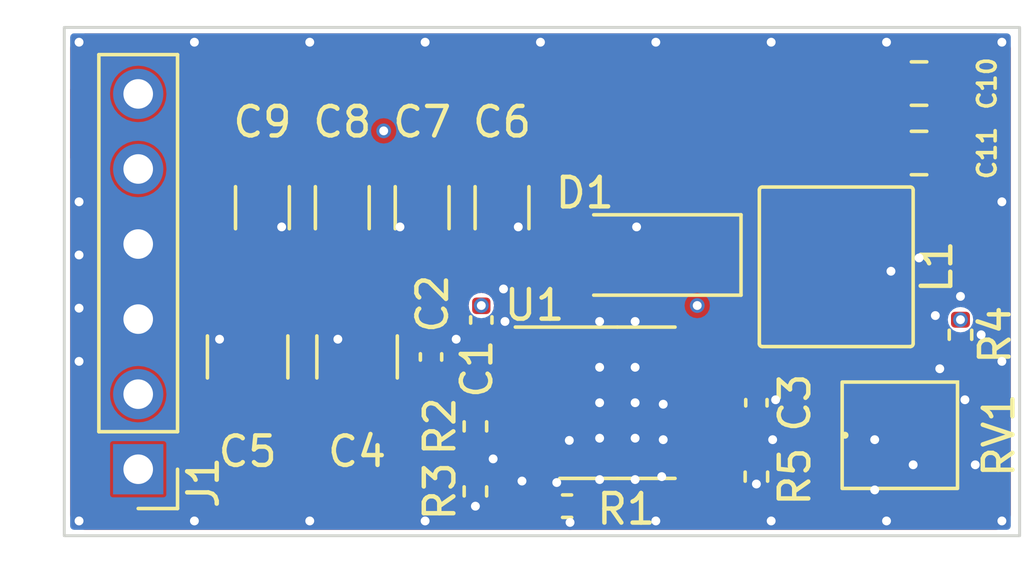
<source format=kicad_pcb>
(kicad_pcb (version 20211014) (generator pcbnew)
  (title_block (date "2023-03-16") (company "@qwerty11__"))
  (layers (0 "F.Cu" signal) (1 "In1.Cu" signal) (2 "In2.Cu" signal) (3 "In3.Cu" signal) (4 "In4.Cu" signal) (31 "B.Cu" signal) (34 "B.Paste" user) (35 "F.Paste" user) (36 "B.SilkS" user "B.Silkscreen") (37 "F.SilkS" user "F.Silkscreen") (38 "B.Mask" user) (39 "F.Mask" user) (44 "Edge.Cuts" user))
  (net 0 "")
  (net 1 "Net-(C1-Pad1)")
  (net 2 "/VIN")
  (net 3 "GND")
  (net 4 "Net-(C3-Pad1)")
  (net 5 "/VOUT")
  (net 6 "Net-(R1-Pad1)")
  (net 7 "/EN")
  (net 8 "Net-(R4-Pad2)")
  (net 9 "/FB")
  (net 11 "/SW")
  (footprint "Capacitor_SMD:C_1210_3225Metric" (layer "F.Cu") (at 149.6 100.45 90)
    (fp_text reference "C4" (at -3.2 0 180) (layer "F.SilkS"))
    (fp_text value "10µF")
    (fp_line (start -0.711252 -1.36) (end 0.711252 -1.36) (layer "F.SilkS") (width 0.12))
    (fp_line (start -0.711252 1.36) (end 0.711252 1.36) (layer "F.SilkS") (width 0.12))
    (pad "1" smd roundrect (at -1.475 0 90) (size 1.15 2.7) (layers "F.Cu" "F.Paste" "F.Mask") (roundrect_rratio 0.2173913043) (net 2 "/VIN"))
    (pad "2" smd roundrect (at 1.475 0 90) (size 1.15 2.7) (layers "F.Cu" "F.Paste" "F.Mask") (roundrect_rratio 0.2173913043) (net 3 "GND"))
  )
  (footprint "Capacitor_SMD:C_1206_3216Metric" (layer "F.Cu") (at 151.8 95.4 -90)
    (fp_text reference "C7" (at -2.9 0 180) (layer "F.SilkS"))
    (fp_text value "47µF")
    (fp_line (start -0.711252 -0.91) (end 0.711252 -0.91) (layer "F.SilkS") (width 0.12))
    (fp_line (start -0.711252 0.91) (end 0.711252 0.91) (layer "F.SilkS") (width 0.12))
    (pad "1" smd roundrect (at -1.475 0 270) (size 1.15 1.8) (layers "F.Cu" "F.Paste" "F.Mask") (roundrect_rratio 0.2173913043) (net 5 "/VOUT"))
    (pad "2" smd roundrect (at 1.475 0 270) (size 1.15 1.8) (layers "F.Cu" "F.Paste" "F.Mask") (roundrect_rratio 0.2173913043) (net 3 "GND"))
  )
  (footprint "Library:FXL0530" (layer "F.Cu") (at 165.8 97.4 90)
    (fp_text reference "L1" (at 0 3.4 90 unlocked) (layer "F.SilkS"))
    (fp_text value "3.3µH")
    (fp_line (start 2.6 -2.6) (end -2.6 -2.6) (layer "F.SilkS") (width 0.12))
    (fp_line (start -2.7 -2.5) (end -2.7 2.5) (layer "F.SilkS") (width 0.12))
    (fp_line (start 2.7 2.5) (end 2.7 -2.5) (layer "F.SilkS") (width 0.12))
    (fp_line (start -2.6 2.6) (end 2.6 2.6) (layer "F.SilkS") (width 0.12))
    (fp_arc (start 2.7 2.5) (mid 2.670711 2.570711) (end 2.6 2.6) (layer "F.SilkS") (width 0.12))
    (fp_arc (start -2.6 2.6) (mid -2.670711 2.570711) (end -2.7 2.5) (layer "F.SilkS") (width 0.12))
    (fp_arc (start -2.7 -2.5) (mid -2.670711 -2.570711) (end -2.6 -2.6) (layer "F.SilkS") (width 0.12))
    (fp_arc (start 2.6 -2.6) (mid 2.670711 -2.570711) (end 2.7 -2.5) (layer "F.SilkS") (width 0.12))
    (pad "1" smd roundrect (at -2.05 0 90) (size 1.9 2.5) (layers "F.Cu" "F.Paste" "F.Mask") (net 11 "/SW"))
    (pad "2" smd roundrect (at 2.05 0 90) (size 1.9 2.5) (layers "F.Cu" "F.Paste" "F.Mask") (net 5 "/VOUT"))
  )
  (footprint "Resistor_SMD:R_0402_1005Metric" (layer "F.Cu") (at 153.6 102.8 -90)
    (fp_text reference "R2" (at 0 1.2 90) (layer "F.SilkS"))
    (fp_text value "200K")
    (fp_line (start -0.153641 -0.38) (end 0.153641 -0.38) (layer "F.SilkS") (width 0.12))
    (fp_line (start -0.153641 0.38) (end 0.153641 0.38) (layer "F.SilkS") (width 0.12))
    (pad "1" smd roundrect (at -0.51 0 270) (size 0.54 0.64) (layers "F.Cu" "F.Paste" "F.Mask") (net 2 "/VIN"))
    (pad "2" smd roundrect (at 0.51 0 270) (size 0.54 0.64) (layers "F.Cu" "F.Paste" "F.Mask") (net 7 "/EN"))
  )
  (footprint "Capacitor_SMD:C_1206_3216Metric" (layer "F.Cu") (at 154.5 95.4 -90)
    (fp_text reference "C6" (at -2.9 0 180) (layer "F.SilkS"))
    (fp_text value "47µF")
    (fp_line (start -0.711252 0.91) (end 0.711252 0.91) (layer "F.SilkS") (width 0.12))
    (fp_line (start -0.711252 -0.91) (end 0.711252 -0.91) (layer "F.SilkS") (width 0.12))
    (pad "1" smd roundrect (at -1.475 0 270) (size 1.15 1.8) (layers "F.Cu" "F.Paste" "F.Mask") (roundrect_rratio 0.2173913043) (net 5 "/VOUT"))
    (pad "2" smd roundrect (at 1.475 0 270) (size 1.15 1.8) (layers "F.Cu" "F.Paste" "F.Mask") (roundrect_rratio 0.2173913043) (net 3 "GND"))
  )
  (footprint "Capacitor_SMD:C_1210_3225Metric" (layer "F.Cu") (at 145.9 100.45 90)
    (fp_text reference "C5" (at -3.2 0 180) (layer "F.SilkS"))
    (fp_text value "10µF")
    (fp_line (start -0.711252 1.36) (end 0.711252 1.36) (layer "F.SilkS") (width 0.12))
    (fp_line (start -0.711252 -1.36) (end 0.711252 -1.36) (layer "F.SilkS") (width 0.12))
    (pad "1" smd roundrect (at -1.475 0 90) (size 1.15 2.7) (layers "F.Cu" "F.Paste" "F.Mask") (roundrect_rratio 0.2173913043) (net 2 "/VIN"))
    (pad "2" smd roundrect (at 1.475 0 90) (size 1.15 2.7) (layers "F.Cu" "F.Paste" "F.Mask") (roundrect_rratio 0.2173913043) (net 3 "GND"))
  )
  (footprint "Resistor_SMD:R_0402_1005Metric" (layer "F.Cu") (at 170 99.7 -90)
    (fp_text reference "R4" (at 0 -1.17 90) (layer "F.SilkS"))
    (fp_text value "10K")
    (fp_line (start -0.153641 0.38) (end 0.153641 0.38) (layer "F.SilkS") (width 0.12))
    (fp_line (start -0.153641 -0.38) (end 0.153641 -0.38) (layer "F.SilkS") (width 0.12))
    (pad "1" smd roundrect (at -0.51 0 270) (size 0.54 0.64) (layers "F.Cu" "F.Paste" "F.Mask") (net 5 "/VOUT"))
    (pad "2" smd roundrect (at 0.51 0 270) (size 0.54 0.64) (layers "F.Cu" "F.Paste" "F.Mask") (net 8 "Net-(R4-Pad2)"))
  )
  (footprint "Package_SO:HSOP-8-1EP_3.9x4.9mm_P1.27mm_EP2.41x3.1mm" (layer "F.Cu") (at 158.4 102)
    (fp_text reference "U1" (at -2.8 -3.3) (layer "F.SilkS"))
    (fp_text value "LMR14050")
    (fp_line (start 0 2.56) (end 1.95 2.56) (layer "F.SilkS") (width 0.12))
    (fp_line (start 0 -2.56) (end 1.95 -2.56) (layer "F.SilkS") (width 0.12))
    (fp_line (start 0 2.56) (end -1.95 2.56) (layer "F.SilkS") (width 0.12))
    (fp_line (start 0 -2.56) (end -3.45 -2.56) (layer "F.SilkS") (width 0.12))
    (pad "1" smd roundrect (at -2.65 -1.905) (size 1.6 0.6) (layers "F.Cu" "F.Paste" "F.Mask") (net 1 "Net-(C1-Pad1)"))
    (pad "2" smd roundrect (at -2.65 -0.635) (size 1.6 0.6) (layers "F.Cu" "F.Paste" "F.Mask") (net 2 "/VIN"))
    (pad "3" smd roundrect (at -2.65 0.635) (size 1.6 0.6) (layers "F.Cu" "F.Paste" "F.Mask") (net 7 "/EN"))
    (pad "4" smd roundrect (at -2.65 1.905) (size 1.6 0.6) (layers "F.Cu" "F.Paste" "F.Mask") (net 6 "Net-(R1-Pad1)"))
    (pad "5" smd roundrect (at 2.65 1.905) (size 1.6 0.6) (layers "F.Cu" "F.Paste" "F.Mask") (net 9 "/FB"))
    (pad "6" smd roundrect (at 2.65 0.635) (size 1.6 0.6) (layers "F.Cu" "F.Paste" "F.Mask") (net 4 "Net-(C3-Pad1)"))
    (pad "7" smd roundrect (at 2.65 -0.635) (size 1.6 0.6) (layers "F.Cu" "F.Paste" "F.Mask") (net 3 "GND"))
    (pad "8" smd roundrect (at 2.65 -1.905) (size 1.6 0.6) (layers "F.Cu" "F.Paste" "F.Mask") (net 11 "/SW"))
    (pad "9" smd rect (at 0 0) (size 2.41 3.1) (layers "F.Cu" "F.Mask") (net 3 "GND"))
  )
  (footprint "Resistor_SMD:R_0402_1005Metric" (layer "F.Cu") (at 153.6 105 -90)
    (fp_text reference "R3" (at 0 1.2 90) (layer "F.SilkS"))
    (fp_text value "26.1K")
    (fp_line (start -0.153641 -0.38) (end 0.153641 -0.38) (layer "F.SilkS") (width 0.12))
    (fp_line (start -0.153641 0.38) (end 0.153641 0.38) (layer "F.SilkS") (width 0.12))
    (pad "1" smd roundrect (at -0.51 0 270) (size 0.54 0.64) (layers "F.Cu" "F.Paste" "F.Mask") (net 7 "/EN"))
    (pad "2" smd roundrect (at 0.51 0 270) (size 0.54 0.64) (layers "F.Cu" "F.Paste" "F.Mask") (net 3 "GND"))
  )
  (footprint "Capacitor_SMD:C_0402_1005Metric" (layer "F.Cu") (at 152.1 100.45 90)
    (fp_text reference "C2" (at 1.8 0.05 90) (layer "F.SilkS"))
    (fp_text value "0.1µF")
    (fp_line (start -0.107836 -0.36) (end 0.107836 -0.36) (layer "F.SilkS") (width 0.12))
    (fp_line (start -0.107836 0.36) (end 0.107836 0.36) (layer "F.SilkS") (width 0.12))
    (pad "1" smd roundrect (at -0.48 0 90) (size 0.56 0.62) (layers "F.Cu" "F.Paste" "F.Mask") (net 2 "/VIN"))
    (pad "2" smd roundrect (at 0.48 0 90) (size 0.56 0.62) (layers "F.Cu" "F.Paste" "F.Mask") (net 3 "GND"))
  )
  (footprint "Capacitor_SMD:C_0402_1005Metric" (layer "F.Cu") (at 153.8 99.2 90)
    (fp_text reference "C1" (at -1.65 -0.15 90) (layer "F.SilkS"))
    (fp_text value "0.1µF")
    (fp_line (start -0.107836 0.36) (end 0.107836 0.36) (layer "F.SilkS") (width 0.12))
    (fp_line (start -0.107836 -0.36) (end 0.107836 -0.36) (layer "F.SilkS") (width 0.12))
    (pad "1" smd roundrect (at -0.48 0 90) (size 0.56 0.62) (layers "F.Cu" "F.Paste" "F.Mask") (net 1 "Net-(C1-Pad1)"))
    (pad "2" smd roundrect (at 0.48 0 90) (size 0.56 0.62) (layers "F.Cu" "F.Paste" "F.Mask") (net 11 "/SW"))
  )
  (footprint "Resistor_SMD:R_0402_1005Metric" (layer "F.Cu") (at 156.7 105.5)
    (fp_text reference "R1" (at 2 0.1) (layer "F.SilkS"))
    (fp_text value "32.4K")
    (fp_line (start -0.153641 -0.38) (end 0.153641 -0.38) (layer "F.SilkS") (width 0.12))
    (fp_line (start -0.153641 0.38) (end 0.153641 0.38) (layer "F.SilkS") (width 0.12))
    (pad "1" smd roundrect (at -0.51 0) (size 0.54 0.64) (layers "F.Cu" "F.Paste" "F.Mask") (net 6 "Net-(R1-Pad1)"))
    (pad "2" smd roundrect (at 0.51 0) (size 0.54 0.64) (layers "F.Cu" "F.Paste" "F.Mask") (net 3 "GND"))
  )
  (footprint "Capacitor_SMD:C_0805_2012Metric" (layer "F.Cu") (at 168.6 93.55)
    (fp_text reference "C11" (at 2.3 0 90) (layer "F.SilkS") (effects (font (size 0.6 0.6) (thickness 0.12))))
    (fp_text value "10µF")
    (fp_line (start -0.261252 0.735) (end 0.261252 0.735) (layer "F.SilkS") (width 0.12))
    (fp_line (start -0.261252 -0.735) (end 0.261252 -0.735) (layer "F.SilkS") (width 0.12))
    (pad "1" smd roundrect (at -0.95 0) (size 1 1.45) (layers "F.Cu" "F.Paste" "F.Mask") (net 5 "/VOUT"))
    (pad "2" smd roundrect (at 0.95 0) (size 1 1.45) (layers "F.Cu" "F.Paste" "F.Mask") (net 3 "GND"))
  )
  (footprint "Capacitor_SMD:C_0805_2012Metric" (layer "F.Cu") (at 168.6 91.2)
    (fp_text reference "C10" (at 2.3 0 90) (layer "F.SilkS") (effects (font (size 0.6 0.6) (thickness 0.12))))
    (fp_text value "10µF")
    (fp_line (start -0.261252 -0.735) (end 0.261252 -0.735) (layer "F.SilkS") (width 0.12))
    (fp_line (start -0.261252 0.735) (end 0.261252 0.735) (layer "F.SilkS") (width 0.12))
    (pad "1" smd roundrect (at -0.95 0) (size 1 1.45) (layers "F.Cu" "F.Paste" "F.Mask") (net 5 "/VOUT"))
    (pad "2" smd roundrect (at 0.95 0) (size 1 1.45) (layers "F.Cu" "F.Paste" "F.Mask") (net 3 "GND"))
  )
  (footprint "Capacitor_SMD:C_1206_3216Metric" (layer "F.Cu") (at 146.4 95.4 -90)
    (fp_text reference "C9" (at -2.9 0 180) (layer "F.SilkS"))
    (fp_text value "47µF")
    (fp_line (start -0.711252 0.91) (end 0.711252 0.91) (layer "F.SilkS") (width 0.12))
    (fp_line (start -0.711252 -0.91) (end 0.711252 -0.91) (layer "F.SilkS") (width 0.12))
    (pad "1" smd roundrect (at -1.475 0 270) (size 1.15 1.8) (layers "F.Cu" "F.Paste" "F.Mask") (roundrect_rratio 0.2173913043) (net 5 "/VOUT"))
    (pad "2" smd roundrect (at 1.475 0 270) (size 1.15 1.8) (layers "F.Cu" "F.Paste" "F.Mask") (roundrect_rratio 0.2173913043) (net 3 "GND"))
  )
  (footprint "Diode_SMD:D_SOD-128" (layer "F.Cu") (at 159.5 97 180)
    (fp_text reference "D1" (at 2.2 2.1 180) (layer "F.SilkS"))
    (fp_text value "RB080LAM")
    (fp_line (start -3.08 1.36) (end 1.9 1.36) (layer "F.SilkS") (width 0.12))
    (fp_line (start -3.08 -1.36) (end 1.9 -1.36) (layer "F.SilkS") (width 0.12))
    (fp_line (start -3.08 -1.36) (end -3.08 1.36) (layer "F.SilkS") (width 0.12))
    (pad "1" smd rect (at -2.2 0 180) (size 1.4 2.1) (layers "F.Cu" "F.Paste" "F.Mask") (net 11 "/SW"))
    (pad "2" smd rect (at 2.2 0 180) (size 1.4 2.1) (layers "F.Cu" "F.Paste" "F.Mask") (net 3 "GND"))
  )
  (footprint "Capacitor_SMD:C_1206_3216Metric" (layer "F.Cu") (at 149.1 95.4 -90)
    (fp_text reference "C8" (at -2.9 0 180) (layer "F.SilkS"))
    (fp_text value "47µF")
    (fp_line (start -0.711252 0.91) (end 0.711252 0.91) (layer "F.SilkS") (width 0.12))
    (fp_line (start -0.711252 -0.91) (end 0.711252 -0.91) (layer "F.SilkS") (width 0.12))
    (pad "1" smd roundrect (at -1.475 0 270) (size 1.15 1.8) (layers "F.Cu" "F.Paste" "F.Mask") (roundrect_rratio 0.2173913043) (net 5 "/VOUT"))
    (pad "2" smd roundrect (at 1.475 0 270) (size 1.15 1.8) (layers "F.Cu" "F.Paste" "F.Mask") (roundrect_rratio 0.2173913043) (net 3 "GND"))
  )
  (footprint "Capacitor_SMD:C_0402_1005Metric" (layer "F.Cu") (at 163.1 102 90)
    (fp_text reference "C3" (at 0 1.3 270) (layer "F.SilkS"))
    (fp_text value "22nF")
    (fp_line (start -0.107836 0.36) (end 0.107836 0.36) (layer "F.SilkS") (width 0.12))
    (fp_line (start -0.107836 -0.36) (end 0.107836 -0.36) (layer "F.SilkS") (width 0.12))
    (pad "1" smd roundrect (at -0.48 0 90) (size 0.56 0.62) (layers "F.Cu" "F.Paste" "F.Mask") (net 4 "Net-(C3-Pad1)"))
    (pad "2" smd roundrect (at 0.48 0 90) (size 0.56 0.62) (layers "F.Cu" "F.Paste" "F.Mask") (net 3 "GND"))
  )
  (footprint "Resistor_SMD:R_0402_1005Metric" (layer "F.Cu") (at 163.1 104.5 -90)
    (fp_text reference "R5" (at 0 -1.3 90 unlocked) (layer "F.SilkS"))
    (fp_text value "10K")
    (fp_line (start -0.153641 -0.38) (end 0.153641 -0.38) (layer "F.SilkS") (width 0.12))
    (fp_line (start -0.153641 0.38) (end 0.153641 0.38) (layer "F.SilkS") (width 0.12))
    (pad "1" smd roundrect (at -0.51 0 270) (size 0.54 0.64) (layers "F.Cu" "F.Paste" "F.Mask") (net 9 "/FB"))
    (pad "2" smd roundrect (at 0.51 0 270) (size 0.54 0.64) (layers "F.Cu" "F.Paste" "F.Mask") (net 3 "GND"))
  )
  (footprint "Connector_PinHeader_2.54mm:PinHeader_1x06_P2.54mm_Vertical" (layer "F.Cu") (at 142.2 104.25 180)
    (fp_text reference "J1" (at -2.2 -0.45 90) (layer "F.SilkS"))
    (fp_text value "Conn_01x06")
    (fp_line (start 1.33 1.27) (end 1.33 14.03) (layer "F.SilkS") (width 0.12))
    (fp_line (start -1.33 1.27) (end -1.33 14.03) (layer "F.SilkS") (width 0.12))
    (fp_line (start -1.33 -1.33) (end 0 -1.33) (layer "F.SilkS") (width 0.12))
    (fp_line (start -1.33 0) (end -1.33 -1.33) (layer "F.SilkS") (width 0.12))
    (fp_line (start -1.33 14.03) (end 1.33 14.03) (layer "F.SilkS") (width 0.12))
    (fp_line (start -1.33 1.27) (end 1.33 1.27) (layer "F.SilkS") (width 0.12))
    (pad "1" thru_hole rect (at 0 0 180) (size 1.7 1.7) (drill 1) (layers *.Cu *.Mask) (net 2 "/VIN"))
    (pad "2" thru_hole oval (at 0 2.54 180) (size 1.7 1.7) (drill 1) (layers *.Cu *.Mask) (net 2 "/VIN"))
    (pad "3" thru_hole oval (at 0 5.08 180) (size 1.7 1.7) (drill 1) (layers *.Cu *.Mask) (net 3 "GND"))
    (pad "4" thru_hole oval (at 0 7.62 180) (size 1.7 1.7) (drill 1) (layers *.Cu *.Mask) (net 3 "GND"))
    (pad "5" thru_hole oval (at 0 10.16 180) (size 1.7 1.7) (drill 1) (layers *.Cu *.Mask) (net 5 "/VOUT"))
    (pad "6" thru_hole oval (at 0 12.7 180) (size 1.7 1.7) (drill 1) (layers *.Cu *.Mask) (net 5 "/VOUT"))
  )
  (footprint "Library:VG039NCHXT" (layer "F.Cu") (at 168 103.1 -90)
    (fp_text reference "RV1" (at 0 -3.3 -90) (layer "F.SilkS"))
    (fp_text value "100K")
    (fp_rect (start -1.8 -1.9) (end 1.8 2) (layer "F.SilkS") (width 0.12) (fill none))
    (fp_circle (center 0 1.905) (end 0 1.905) (layer "F.SilkS") (width 0.12) (fill none))
    (pad "1" smd roundrect (at 0 -1.45 270) (size 1.6 1.5) (layers "F.Cu" "F.Paste" "F.Mask") (net 8 "Net-(R4-Pad2)"))
    (pad "2" smd roundrect (at -1 1.8 270) (size 1.2 1.2) (layers "F.Cu" "F.Paste" "F.Mask"))
    (pad "3" smd roundrect (at 1 1.8 270) (size 1.2 1.2) (layers "F.Cu" "F.Paste" "F.Mask") (net 9 "/FB"))
  )
  (gr_rect (start 139.7 89.3) (end 172 106.5) (layer "Edge.Cuts") (width 0.1) (fill none))
  (segment (start 155.75 100.095) (end 154.215 100.095) (width 0.25) (layer "F.Cu") (net 1))
  (segment (start 154.215 100.095) (end 153.8 99.68) (width 0.25) (layer "F.Cu") (net 1))
  (segment (start 155.75 101.365) (end 153.6 101.365) (width 0.6) (layer "F.Cu") (net 2))
  (segment (start 162.945 101.365) (end 163.1 101.52) (width 0.25) (layer "F.Cu") (net 3))
  (segment (start 161.05 101.365) (end 162.945 101.365) (width 0.25) (layer "F.Cu") (net 3))
  (segment (start 161.05 101.365) (end 159.035 101.365) (width 0.6) (layer "F.Cu") (net 3))
  (via (at 140.2 89.8) (size 0.5) (drill 0.3) (layers "F.Cu" "B.Cu") (net 3))
  (via (at 159 103.2) (size 0.5) (drill 0.3) (layers "F.Cu" "B.Cu") (net 3))
  (via (at 163.1 104.75) (size 0.5) (drill 0.3) (layers "F.Cu" "B.Cu") (net 3))
  (via (at 168.4 104.1) (size 0.5) (drill 0.3) (layers "F.Cu" "B.Cu") (net 3))
  (via (at 159.95 103.25) (size 0.5) (drill 0.3) (layers "F.Cu" "B.Cu") (net 3))
  (via (at 140.2 95.2) (size 0.5) (drill 0.3) (layers "F.Cu" "B.Cu") (net 3))
  (via (at 170.5 104.1) (size 0.5) (drill 0.3) (layers "F.Cu" "B.Cu") (net 3))
  (via (at 155.8 89.8) (size 0.5) (drill 0.3) (layers "F.Cu" "B.Cu") (net 3))
  (via (at 148 89.8) (size 0.5) (drill 0.3) (layers "F.Cu" "B.Cu") (net 3))
  (via (at 170 98.4) (size 0.5) (drill 0.3) (layers "F.Cu" "B.Cu") (net 3))
  (via (at 159 102) (size 0.5) (drill 0.3) (layers "F.Cu" "B.Cu") (net 3))
  (via (at 159.95 102.05) (size 0.5) (drill 0.3) (layers "F.Cu" "B.Cu") (net 3))
  (via (at 163.75 101.9) (size 0.5) (drill 0.3) (layers "F.Cu" "B.Cu") (net 3))
  (via (at 159 100.8) (size 0.5) (drill 0.3) (layers "F.Cu" "B.Cu") (net 3))
  (via (at 163.65 103.25) (size 0.5) (drill 0.3) (layers "F.Cu" "B.Cu") (net 3))
  (via (at 153.6 105.5) (size 0.5) (drill 0.3) (layers "F.Cu" "B.Cu") (net 3))
  (via (at 163.6 106) (size 0.5) (drill 0.3) (layers "F.Cu" "B.Cu") (net 3))
  (via (at 167.1 104.95) (size 0.5) (drill 0.3) (layers "F.Cu" "B.Cu") (net 3))
  (via (at 159.9 104.5) (size 0.5) (drill 0.3) (layers "F.Cu" "B.Cu") (net 3))
  (via (at 156.775 103.275) (size 0.5) (drill 0.3) (layers "F.Cu" "B.Cu") (net 3))
  (via (at 154.55 98.15) (size 0.5) (drill 0.3) (layers "F.Cu" "B.Cu") (net 3))
  (via (at 168.6 97.1) (size 0.5) (drill 0.3) (layers "F.Cu" "B.Cu") (net 3))
  (via (at 140.2 106) (size 0.5) (drill 0.3) (layers "F.Cu" "B.Cu") (net 3))
  (via (at 148 106) (size 0.5) (drill 0.3) (layers "F.Cu" "B.Cu") (net 3))
  (via (at 151.9 106) (size 0.5) (drill 0.3) (layers "F.Cu" "B.Cu") (net 3))
  (via (at 140.2 100.6) (size 0.5) (drill 0.3) (layers "F.Cu" "B.Cu") (net 3))
  (via (at 154.2 103.9) (size 0.5) (drill 0.3) (layers "F.Cu" "B.Cu") (net 3))
  (via (at 148.95 99.85) (size 0.5) (drill 0.3) (layers "F.Cu" "B.Cu") (net 3))
  (via (at 144.1 106) (size 0.5) (drill 0.3) (layers "F.Cu" "B.Cu") (net 3))
  (via (at 151.05 96.05) (size 0.5) (drill 0.3) (layers "F.Cu" "B.Cu") (net 3))
  (via (at 157.8 99.25) (size 0.5) (drill 0.3) (layers "F.Cu" "B.Cu") (net 3))
  (via (at 171.4 106) (size 0.5) (drill 0.3) (layers "F.Cu" "B.Cu") (net 3))
  (via (at 159 104.6) (size 0.5) (drill 0.3) (layers "F.Cu" "B.Cu") (net 3))
  (via (at 170.15 101.9) (size 0.5) (drill 0.3) (layers "F.Cu" "B.Cu") (net 3))
  (via (at 157.8 102) (size 0.5) (drill 0.3) (layers "F.Cu" "B.Cu") (net 3))
  (via (at 154.6 99.25) (size 0.5) (drill 0.3) (layers "F.Cu" "B.Cu") (net 3))
  (via (at 155.05 96.05) (size 0.5) (drill 0.3) (layers "F.Cu" "B.Cu") (net 3))
  (via (at 157.8 103.2) (size 0.5) (drill 0.3) (layers "F.Cu" "B.Cu") (net 3))
  (via (at 144.1 89.8) (size 0.5) (drill 0.3) (layers "F.Cu" "B.Cu") (net 3))
  (via (at 167.5 106) (size 0.5) (drill 0.3) (layers "F.Cu" "B.Cu") (net 3))
  (via (at 152.95 99.85) (size 0.5) (drill 0.3) (layers "F.Cu" "B.Cu") (net 3))
  (via (at 159 99.25) (size 0.5) (drill 0.3) (layers "F.Cu" "B.Cu") (net 3))
  (via (at 140.2 98.8) (size 0.5) (drill 0.3) (layers "F.Cu" "B.Cu") (net 3))
  (via (at 151.9 89.8) (size 0.5) (drill 0.3) (layers "F.Cu" "B.Cu") (net 3))
  (via (at 144.95 99.85) (size 0.5) (drill 0.3) (layers "F.Cu" "B.Cu") (net 3))
  (via (at 167.1 103.25) (size 0.5) (drill 0.3) (layers "F.Cu" "B.Cu") (net 3))
  (via (at 163.6 89.8) (size 0.5) (drill 0.3) (layers "F.Cu" "B.Cu") (net 3))
  (via (at 157.8 100.8) (size 0.5) (drill 0.3) (layers "F.Cu" "B.Cu") (net 3))
  (via (at 155.175 104.65) (size 0.5) (drill 0.3) (layers "F.Cu" "B.Cu") (net 3))
  (via (at 167.5 89.8) (size 0.5) (drill 0.3) (layers "F.Cu" "B.Cu") (net 3))
  (via (at 156.8 106.05) (size 0.5) (drill 0.3) (layers "F.Cu" "B.Cu") (net 3))
  (via (at 167.65 97.55) (size 0.5) (drill 0.3) (layers "F.Cu" "B.Cu") (net 3))
  (via (at 171.4 95.2) (size 0.5) (drill 0.3) (layers "F.Cu" "B.Cu") (net 3))
  (via (at 156.35 104.7) (size 0.5) (drill 0.3) (layers "F.Cu" "B.Cu") (net 3))
  (via (at 140.2 97) (size 0.5) (drill 0.3) (layers "F.Cu" "B.Cu") (net 3))
  (via (at 159.7 106) (size 0.5) (drill 0.3) (layers "F.Cu" "B.Cu") (net 3))
  (via (at 171.4 89.8) (size 0.5) (drill 0.3) (layers "F.Cu" "B.Cu") (net 3))
  (via (at 170.7 99.7) (size 0.5) (drill 0.3) (layers "F.Cu" "B.Cu") (net 3))
  (via (at 169.15 99.05) (size 0.5) (drill 0.3) (layers "F.Cu" "B.Cu") (net 3))
  (via (at 159.05 96.05) (size 0.5) (drill 0.3) (layers "F.Cu" "B.Cu") (net 3))
  (via (at 147.05 96.05) (size 0.5) (drill 0.3) (layers "F.Cu" "B.Cu") (net 3))
  (via (at 171.4 100.6) (size 0.5) (drill 0.3) (layers "F.Cu" "B.Cu") (net 3))
  (via (at 159.7 89.8) (size 0.5) (drill 0.3) (layers "F.Cu" "B.Cu") (net 3))
  (via (at 169.3 100.85) (size 0.5) (drill 0.3) (layers "F.Cu" "B.Cu") (net 3))
  (via (at 157.8 104.6) (size 0.5) (drill 0.3) (layers "F.Cu" "B.Cu") (net 3))
  (segment (start 162.945 102.635) (end 163.1 102.48) (width 0.25) (layer "F.Cu") (net 4))
  (segment (start 161.05 102.635) (end 162.945 102.635) (width 0.25) (layer "F.Cu") (net 4))
  (via (at 150.5 92.8) (size 0.5) (drill 0.3) (layers "F.Cu" "B.Cu") (net 5))
  (via (at 170 99.19) (size 0.5) (drill 0.3) (layers "F.Cu" "B.Cu") (net 5))
  (segment (start 155.75 105.05) (end 156.19 105.49) (width 0.25) (layer "F.Cu") (net 6))
  (segment (start 155.75 103.905) (end 155.75 105.05) (width 0.25) (layer "F.Cu") (net 6))
  (segment (start 155.75 102.635) (end 154.765 102.635) (width 0.25) (layer "F.Cu") (net 7))
  (segment (start 154.09 103.31) (end 153.6 103.31) (width 0.25) (layer "F.Cu") (net 7))
  (segment (start 154.765 102.635) (end 154.09 103.31) (width 0.25) (layer "F.Cu") (net 7))
  (segment (start 153.6 104.49) (end 153.6 103.31) (width 0.25) (layer "F.Cu") (net 7))
  (segment (start 170 101.2) (end 170 100.21) (width 0.25) (layer "F.Cu") (net 8))
  (segment (start 169.45 103.1) (end 169.45 101.75) (width 0.25) (layer "F.Cu") (net 8))
  (segment (start 169.45 101.75) (end 170 101.2) (width 0.25) (layer "F.Cu") (net 8))
  (segment (start 166.09 103.99) (end 166.2 104.1) (width 0.25) (layer "F.Cu") (net 9))
  (segment (start 163.1 103.99) (end 166.09 103.99) (width 0.25) (layer "F.Cu") (net 9))
  (segment (start 163.1 103.99) (end 161.135 103.99) (width 0.25) (layer "F.Cu") (net 9))
  (segment (start 161.135 103.99) (end 161.05 103.905) (width 0.25) (layer "F.Cu") (net 9))
  (via (at 153.8 98.71) (size 0.5) (drill 0.3) (layers "F.Cu" "B.Cu") (net 11))
  (via (at 161.1 98.71) (size 0.5) (drill 0.3) (layers "F.Cu" "B.Cu") (net 11))
  (zone (net 3) (net_name "GND") (layer "F.Cu") (connect_pads yes (clearance 0.1)) (min_thickness 0.254) (fill yes (thermal_gap 0.508) (thermal_bridge_width 0.508) (smoothing fillet) (radius 0.5) (island_removal_mode 1) (island_area_min 0))
    (polygon (pts (xy 159.5 99.6) (xy 154.21 99.6) (xy 154.21 98.725) (xy 153.39 98.725) (xy 153.39 100.3) (xy 140.9 100.3) (xy 140.9 95.6) (xy 159.5 95.6)))
  )
  (zone (net 3) (net_name "GND") (layer "F.Cu") (connect_pads yes (clearance 0.508)) (min_thickness 0.254) (fill yes (thermal_gap 0.508) (thermal_bridge_width 0.508) (smoothing fillet) (radius 0.5) (island_removal_mode 1) (island_area_min 0))
    (polygon (pts (xy 159.5 104.7) (xy 157.2 104.7) (xy 157.2 99) (xy 159.5 99)))
  )
  (zone (net 5) (net_name "/VOUT") (layer "F.Cu") (priority 1) (connect_pads yes (clearance 0.1)) (min_thickness 0.254) (fill yes (thermal_gap 0.508) (thermal_bridge_width 0.508) (smoothing fillet) (radius 0.5) (island_removal_mode 1) (island_area_min 0))
    (polygon (pts (xy 168.4 96.8) (xy 164.2 96.8) (xy 162.9 95.5) (xy 141.1 95.5) (xy 141.1 90.3) (xy 168.4 90.3)))
  )
  (zone (net 3) (net_name "GND") (layer "F.Cu") (connect_pads yes (clearance 0.1)) (min_thickness 0.254) (fill yes (thermal_gap 0.508) (thermal_bridge_width 0.508) (smoothing fillet) (radius 0.5) (island_removal_mode 1) (island_area_min 0))
    (polygon (pts (xy 165.8 90.1) (xy 140.9 90.1) (xy 140.9 105.7) (xy 154.2 105.7) (xy 154.2 106.3) (xy 139.9 106.3) (xy 139.9 89.5) (xy 165.8 89.5)))
  )
  (zone (net 2) (net_name "/VIN") (layer "F.Cu") (connect_pads yes (clearance 0.1)) (min_thickness 0.254) (fill yes (thermal_gap 0.508) (thermal_bridge_width 0.508) (smoothing fillet) (radius 0.5) (island_removal_mode 1) (island_area_min 0))
    (polygon (pts (xy 154.4 101.07) (xy 154.9 101.07) (xy 154.9 101.66) (xy 154.4 101.66) (xy 154.4 102.79) (xy 153 102.79) (xy 153 105.5) (xy 141.1 105.5) (xy 141.1 100.4) (xy 154.4 100.4)))
  )
  (zone (net 11) (net_name "/SW") (layer "F.Cu") (connect_pads yes (clearance 0.1)) (min_thickness 0.254) (fill yes (thermal_gap 0.508) (thermal_bridge_width 0.508) (smoothing fillet) (radius 0.5) (island_removal_mode 1) (island_area_min 0))
    (polygon (pts (xy 164.9 98.3) (xy 167.2 98.3) (xy 167.2 100.5) (xy 160.5 100.5) (xy 160.5 95.8) (xy 162.4 95.8)))
  )
  (zone (net 3) (net_name "GND") (layer "F.Cu") (priority 1) (connect_pads yes (clearance 0.2)) (min_thickness 0.254) (fill yes (thermal_gap 0.508) (thermal_bridge_width 0.508) (smoothing fillet) (radius 0.5) (island_removal_mode 1) (island_area_min 0))
    (polygon (pts (xy 171.7 106.3) (xy 153.25 106.3) (xy 153.25 103) (xy 158.4 103) (xy 157.2 103) (xy 157.2 100.7) (xy 167.4 100.7) (xy 167.4 97) (xy 168.6 97) (xy 168.6 90.1) (xy 165.8 90.1) (xy 165.8 89.5) (xy 171.7 89.5)))
  )
  (zone (net 3) (net_name "GND") (layers "In1.Cu" "In2.Cu" "In3.Cu" "B.Cu") (connect_pads yes (clearance 0.1)) (min_thickness 0.254) (fill yes (thermal_gap 0.508) (thermal_bridge_width 0.508) (island_removal_mode 1) (island_area_min 0))
    (polygon (pts (xy 171.7 106.3) (xy 139.9 106.3) (xy 139.9 100.1) (xy 139.9 100.3) (xy 139.9 95.8) (xy 139.9 95.5) (xy 139.9 89.5) (xy 171.7 89.5)))
  )
)
</source>
